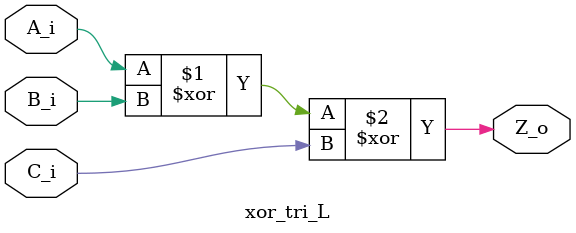
<source format=v>
`timescale 1ns / 1ps


module xor_tri_L
	# (parameter W = 0)
	(
        input wire A_i,
        input wire B_i,
        input wire C_i,
        output wire Z_o
    );
    
    assign Z_o = A_i ^ B_i ^C_i;
    
endmodule

</source>
